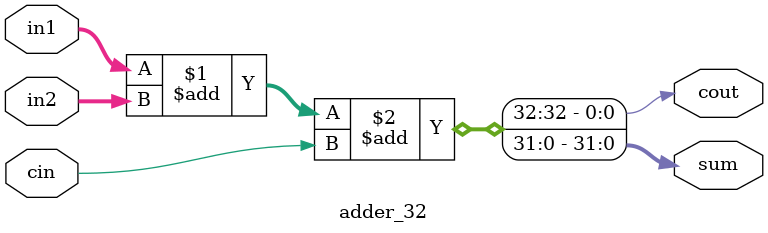
<source format=v>
module adder_32(output [31:0] sum,
                      output cout,
                      input [31:0] in1, in2,
                      input cin);  
  wire c1, c2, c3;
  wire [31:0] s1, s2;
  wire [31:0] sum;
  wire cout;
  assign {cout, sum} = in1 + in2 + cin;
endmodule
</source>
